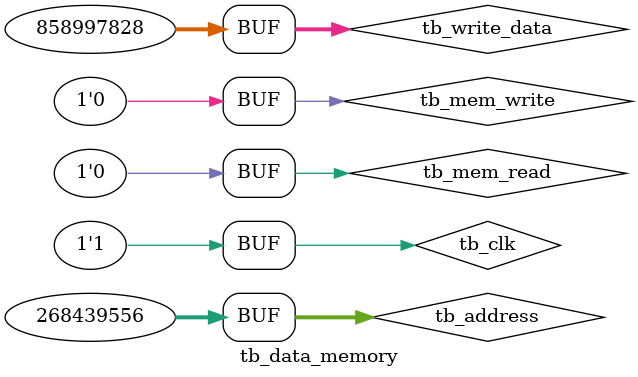
<source format=v>
module data_memory
(
	input [31:0] address,
	input [31:0] write_data,
	input mem_read,
	input mem_write,
	input clk,
	output reg [31:0] read_data
);
	
	reg [31:0] data_memory_RAM [15:0];
	
	initial begin
		data_memory_RAM [0] = 32'h00000000; // assume starts at 32'h10001000
		data_memory_RAM [1] = 32'h00000000; // 32'h10001004
		data_memory_RAM [2] = 32'h00000000; // 32'h10001008
		data_memory_RAM [3] = 32'h00000000; // 32'h1000100C
		data_memory_RAM [4] = 32'h12345678; // 32'h10001010
		data_memory_RAM [5] = 32'h00000000; // 32'h10001014
		data_memory_RAM [6] = 32'h00000000; // 32'h10001018
		data_memory_RAM [7] = 32'h00000000; // 32'h1000101C
		data_memory_RAM [8] = 32'h00000000; // 32'h10001020
		data_memory_RAM [9] = 32'h00000000; // 32'h10001024
		data_memory_RAM[10] = 32'h00000000; // 32'h10001028
		data_memory_RAM[11] = 32'h00000000; // 32'h1000102C
		data_memory_RAM[12] = 32'h00000000; // 32'h10001030
		data_memory_RAM[13] = 32'h00000000; // 32'h10001034
		data_memory_RAM[14] = 32'h00000000; // 32'h10001038
		data_memory_RAM[15] = 32'h00000000; // 32'h1000103C
	end                                     
	
	always @(mem_write, mem_read, address) begin
		if (mem_write) begin
			data_memory_RAM[(address-268439552)/4] <= write_data;
		end
		
		if (mem_read) begin
			read_data = data_memory_RAM[(address-268439552)/4];
		end
	end
		
endmodule

module tb_data_memory();
	reg tb_clk;
	reg [31:0] tb_address;
	reg [31:0] tb_write_data;
	reg tb_mem_read;
	reg tb_mem_write;
	wire [31:0] tb_read_data;
	
	initial begin
		tb_clk = 1;
		repeat (30) begin
			#5 tb_clk = ~tb_clk;
		end
	end
	
	initial begin
		// initializing first address and some data to be written
		tb_mem_read   = 1'b0;
		tb_mem_write  = 1'b0;
		tb_address 	  = 32'h10001000;
		tb_write_data = 32'h11112222;
		
		// setting mem_write to write ar address 10001000h
		#10 tb_mem_write = 1'b1; 
		#10 tb_mem_write = 1'b0; 
		#10;
		
		// setting data to be written at second address location
		tb_address    = 32'h10001004;
		tb_write_data = 32'h33334444;
		
		// setting mem_write to write at address 10001004h
		#10 tb_mem_write = 1'b1; 
		#10 tb_mem_write = 1'b0; 
		#10;
		
		//reading data from location 10001000h
		tb_address = 32'h10001000;
		#10 tb_mem_read = 1'b1; 
		#10 tb_mem_read = 1'b0; 
		#10;
		
		//reading data from location 10001004h
		tb_address =32'h10001004;
		#10 tb_mem_read = 1'b1; 
		#10 tb_mem_read = 1'b0; 
		#10;
		
	end

	data_memory test_data_memory
	(
		.clk        (tb_clk       ),
		.address    (tb_address   ),
		.write_data (tb_write_data),
		.mem_read   (tb_mem_read  ),
		.mem_write  (tb_mem_write ),
		.read_data  (tb_read_data )
	);
	
endmodule

</source>
